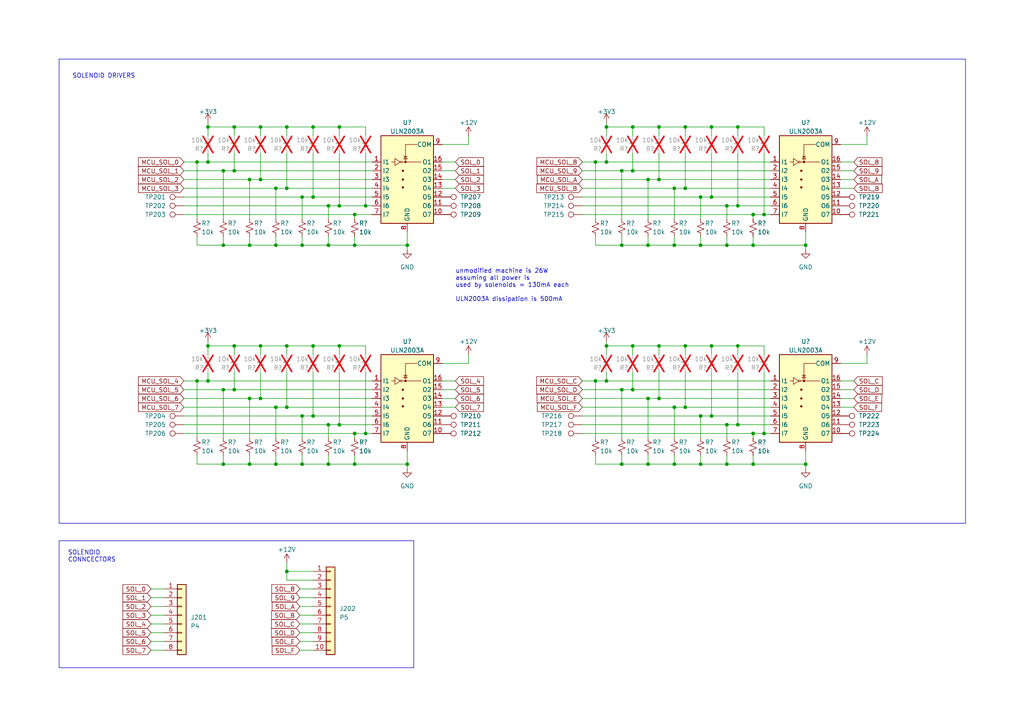
<source format=kicad_sch>
(kicad_sch (version 20230121) (generator eeschema)
  (paper "A4")
  (title_block (title "MECHANICAL INTERFACE") (date "2023-04-16") (rev "1.0") (company "matei repair lab"))
  (junction (at 64.77 134.62))
  (junction (at 60.325 36.83))
  (junction (at 175.895 100.33))
  (junction (at 218.44 62.23))
  (junction (at 106.045 125.73))
  (junction (at 198.755 36.83))
  (junction (at 118.11 134.62))
  (junction (at 206.375 120.65))
  (junction (at 87.63 120.65))
  (junction (at 203.2 71.12))
  (junction (at 83.185 36.83))
  (junction (at 102.87 134.62))
  (junction (at 195.58 134.62))
  (junction (at 72.39 52.07))
  (junction (at 203.2 57.15))
  (junction (at 175.895 110.49))
  (junction (at 183.515 36.83))
  (junction (at 180.34 113.03))
  (junction (at 213.995 123.19))
  (junction (at 64.77 49.53))
  (junction (at 206.375 36.83))
  (junction (at 75.565 100.33))
  (junction (at 180.34 71.12))
  (junction (at 95.25 71.12))
  (junction (at 206.375 100.33))
  (junction (at 83.185 100.33))
  (junction (at 175.895 46.99))
  (junction (at 198.755 54.61))
  (junction (at 191.135 36.83))
  (junction (at 57.15 110.49))
  (junction (at 183.515 113.03))
  (junction (at 102.87 62.23))
  (junction (at 98.425 59.69))
  (junction (at 195.58 71.12))
  (junction (at 67.945 36.83))
  (junction (at 187.96 52.07))
  (junction (at 98.425 123.19))
  (junction (at 83.185 54.61))
  (junction (at 72.39 115.57))
  (junction (at 213.995 59.69))
  (junction (at 60.325 110.49))
  (junction (at 191.135 52.07))
  (junction (at 90.805 57.15))
  (junction (at 118.11 71.12))
  (junction (at 210.82 71.12))
  (junction (at 218.44 125.73))
  (junction (at 210.82 59.69))
  (junction (at 206.375 57.15))
  (junction (at 60.325 46.99))
  (junction (at 67.945 113.03))
  (junction (at 80.01 118.11))
  (junction (at 72.39 134.62))
  (junction (at 221.615 62.23))
  (junction (at 198.755 118.11))
  (junction (at 64.77 71.12))
  (junction (at 75.565 52.07))
  (junction (at 87.63 57.15))
  (junction (at 87.63 71.12))
  (junction (at 57.15 46.99))
  (junction (at 75.565 36.83))
  (junction (at 95.25 59.69))
  (junction (at 183.515 49.53))
  (junction (at 83.185 165.735))
  (junction (at 195.58 118.11))
  (junction (at 172.72 46.99))
  (junction (at 198.755 100.33))
  (junction (at 183.515 100.33))
  (junction (at 180.34 49.53))
  (junction (at 102.87 125.73))
  (junction (at 67.945 100.33))
  (junction (at 218.44 71.12))
  (junction (at 83.185 118.11))
  (junction (at 191.135 100.33))
  (junction (at 210.82 134.62))
  (junction (at 90.805 36.83))
  (junction (at 75.565 115.57))
  (junction (at 98.425 100.33))
  (junction (at 95.25 123.19))
  (junction (at 221.615 125.73))
  (junction (at 102.87 71.12))
  (junction (at 98.425 36.83))
  (junction (at 233.68 134.62))
  (junction (at 90.805 100.33))
  (junction (at 60.325 100.33))
  (junction (at 80.01 54.61))
  (junction (at 210.82 123.19))
  (junction (at 172.72 110.49))
  (junction (at 64.77 113.03))
  (junction (at 80.01 71.12))
  (junction (at 213.995 36.83))
  (junction (at 191.135 115.57))
  (junction (at 213.995 100.33))
  (junction (at 195.58 54.61))
  (junction (at 203.2 134.62))
  (junction (at 233.68 71.12))
  (junction (at 180.34 134.62))
  (junction (at 95.25 134.62))
  (junction (at 80.01 134.62))
  (junction (at 67.945 49.53))
  (junction (at 72.39 71.12))
  (junction (at 87.63 134.62))
  (junction (at 187.96 134.62))
  (junction (at 187.96 115.57))
  (junction (at 106.045 59.69))
  (junction (at 218.44 134.62))
  (junction (at 187.96 71.12))
  (junction (at 90.805 120.65))
  (junction (at 175.895 36.83))
  (junction (at 203.2 120.65))
  (wire (pts (xy 195.58 54.61) (xy 198.755 54.61)))
  (wire (pts (xy 98.425 102.87) (xy 98.425 100.33)))
  (wire (pts (xy 102.87 132.08) (xy 102.87 134.62)))
  (wire (pts (xy 102.87 125.73) (xy 106.045 125.73)))
  (wire (pts (xy 90.805 39.37) (xy 90.805 36.83)))
  (wire (pts (xy 168.91 120.65) (xy 203.2 120.65)))
  (wire (pts (xy 251.46 105.41) (xy 251.46 102.87)))
  (wire (pts (xy 168.91 123.19) (xy 210.82 123.19)))
  (wire (pts (xy 198.755 107.95) (xy 198.755 118.11)))
  (wire (pts (xy 87.63 132.08) (xy 87.63 134.62)))
  (wire (pts (xy 213.995 36.83) (xy 206.375 36.83)))
  (wire (pts (xy 206.375 39.37) (xy 206.375 36.83)))
  (wire (pts (xy 218.44 68.58) (xy 218.44 71.12)))
  (wire (pts (xy 221.615 44.45) (xy 221.615 62.23)))
  (wire (pts (xy 187.96 127) (xy 187.96 115.57)))
  (wire (pts (xy 64.77 63.5) (xy 64.77 49.53)))
  (wire (pts (xy 60.325 35.56) (xy 60.325 36.83)))
  (wire (pts (xy 53.34 59.69) (xy 95.25 59.69)))
  (wire (pts (xy 195.58 71.12) (xy 203.2 71.12)))
  (wire (pts (xy 206.375 102.87) (xy 206.375 100.33)))
  (wire (pts (xy 168.91 49.53) (xy 180.34 49.53)))
  (wire (pts (xy 213.995 44.45) (xy 213.995 59.69)))
  (wire (pts (xy 60.325 46.99) (xy 107.95 46.99)))
  (wire (pts (xy 210.82 123.19) (xy 213.995 123.19)))
  (wire (pts (xy 175.895 35.56) (xy 175.895 36.83)))
  (wire (pts (xy 187.96 71.12) (xy 195.58 71.12)))
  (wire (pts (xy 95.25 63.5) (xy 95.25 59.69)))
  (wire (pts (xy 180.34 132.08) (xy 180.34 134.62)))
  (wire (pts (xy 53.34 120.65) (xy 87.63 120.65)))
  (wire (pts (xy 183.515 107.95) (xy 183.515 113.03)))
  (wire (pts (xy 221.615 36.83) (xy 213.995 36.83)))
  (wire (pts (xy 118.11 130.81) (xy 118.11 134.62)))
  (wire (pts (xy 221.615 39.37) (xy 221.615 36.83)))
  (wire (pts (xy 83.185 44.45) (xy 83.185 54.61)))
  (wire (pts (xy 83.185 168.275) (xy 90.805 168.275)))
  (wire (pts (xy 87.63 71.12) (xy 95.25 71.12)))
  (wire (pts (xy 233.68 130.81) (xy 233.68 134.62)))
  (wire (pts (xy 47.625 183.515) (xy 43.815 183.515)))
  (wire (pts (xy 83.185 107.95) (xy 83.185 118.11)))
  (wire (pts (xy 64.77 127) (xy 64.77 113.03)))
  (wire (pts (xy 243.84 105.41) (xy 251.46 105.41)))
  (wire (pts (xy 206.375 44.45) (xy 206.375 57.15)))
  (wire (pts (xy 206.375 57.15) (xy 223.52 57.15)))
  (wire (pts (xy 213.995 107.95) (xy 213.995 123.19)))
  (wire (pts (xy 64.77 68.58) (xy 64.77 71.12)))
  (wire (pts (xy 57.15 71.12) (xy 64.77 71.12)))
  (wire (pts (xy 243.84 118.11) (xy 247.65 118.11)))
  (wire (pts (xy 213.995 59.69) (xy 223.52 59.69)))
  (wire (pts (xy 80.01 54.61) (xy 83.185 54.61)))
  (wire (pts (xy 106.045 59.69) (xy 107.95 59.69)))
  (wire (pts (xy 135.89 105.41) (xy 128.27 105.41)))
  (wire (pts (xy 75.565 115.57) (xy 107.95 115.57)))
  (wire (pts (xy 95.25 123.19) (xy 98.425 123.19)))
  (wire (pts (xy 72.39 132.08) (xy 72.39 134.62)))
  (wire (pts (xy 221.615 125.73) (xy 223.52 125.73)))
  (wire (pts (xy 180.34 134.62) (xy 187.96 134.62)))
  (wire (pts (xy 67.945 39.37) (xy 67.945 36.83)))
  (wire (pts (xy 198.755 100.33) (xy 191.135 100.33)))
  (wire (pts (xy 187.96 134.62) (xy 195.58 134.62)))
  (wire (pts (xy 67.945 49.53) (xy 107.95 49.53)))
  (wire (pts (xy 80.01 68.58) (xy 80.01 71.12)))
  (wire (pts (xy 198.755 44.45) (xy 198.755 54.61)))
  (wire (pts (xy 106.045 36.83) (xy 98.425 36.83)))
  (wire (pts (xy 95.25 71.12) (xy 102.87 71.12)))
  (wire (pts (xy 168.91 54.61) (xy 195.58 54.61)))
  (wire (pts (xy 118.11 135.89) (xy 118.11 134.62)))
  (wire (pts (xy 83.185 163.195) (xy 83.185 165.735)))
  (wire (pts (xy 67.945 102.87) (xy 67.945 100.33)))
  (wire (pts (xy 175.895 110.49) (xy 223.52 110.49)))
  (wire (pts (xy 175.895 102.87) (xy 175.895 100.33)))
  (wire (pts (xy 175.895 44.45) (xy 175.895 46.99)))
  (wire (pts (xy 72.39 134.62) (xy 80.01 134.62)))
  (wire (pts (xy 102.87 62.23) (xy 107.95 62.23)))
  (wire (pts (xy 57.15 127) (xy 57.15 110.49)))
  (wire (pts (xy 198.755 39.37) (xy 198.755 36.83)))
  (wire (pts (xy 83.185 36.83) (xy 75.565 36.83)))
  (wire (pts (xy 172.72 68.58) (xy 172.72 71.12)))
  (wire (pts (xy 168.91 110.49) (xy 172.72 110.49)))
  (wire (pts (xy 75.565 102.87) (xy 75.565 100.33)))
  (wire (pts (xy 187.96 63.5) (xy 187.96 52.07)))
  (wire (pts (xy 106.045 100.33) (xy 98.425 100.33)))
  (wire (pts (xy 90.805 188.595) (xy 86.995 188.595)))
  (wire (pts (xy 243.84 52.07) (xy 247.65 52.07)))
  (wire (pts (xy 195.58 63.5) (xy 195.58 54.61)))
  (wire (pts (xy 106.045 39.37) (xy 106.045 36.83)))
  (wire (pts (xy 57.15 46.99) (xy 60.325 46.99)))
  (wire (pts (xy 90.805 100.33) (xy 83.185 100.33)))
  (wire (pts (xy 187.96 68.58) (xy 187.96 71.12)))
  (wire (pts (xy 206.375 100.33) (xy 198.755 100.33)))
  (wire (pts (xy 98.425 100.33) (xy 90.805 100.33)))
  (wire (pts (xy 75.565 52.07) (xy 107.95 52.07)))
  (wire (pts (xy 57.15 132.08) (xy 57.15 134.62)))
  (wire (pts (xy 175.895 99.06) (xy 175.895 100.33)))
  (wire (pts (xy 80.01 63.5) (xy 80.01 54.61)))
  (polyline (pts (xy 17.145 193.675) (xy 120.015 193.675)))
  (wire (pts (xy 198.755 118.11) (xy 223.52 118.11)))
  (wire (pts (xy 53.34 123.19) (xy 95.25 123.19)))
  (wire (pts (xy 98.425 123.19) (xy 107.95 123.19)))
  (wire (pts (xy 95.25 132.08) (xy 95.25 134.62)))
  (wire (pts (xy 183.515 113.03) (xy 223.52 113.03)))
  (wire (pts (xy 172.72 132.08) (xy 172.72 134.62)))
  (wire (pts (xy 90.805 180.975) (xy 86.995 180.975)))
  (wire (pts (xy 53.34 46.99) (xy 57.15 46.99)))
  (wire (pts (xy 83.185 165.735) (xy 90.805 165.735)))
  (wire (pts (xy 213.995 100.33) (xy 206.375 100.33)))
  (wire (pts (xy 128.27 52.07) (xy 132.08 52.07)))
  (wire (pts (xy 180.34 63.5) (xy 180.34 49.53)))
  (wire (pts (xy 102.87 127) (xy 102.87 125.73)))
  (wire (pts (xy 183.515 100.33) (xy 175.895 100.33)))
  (wire (pts (xy 168.91 115.57) (xy 187.96 115.57)))
  (wire (pts (xy 83.185 100.33) (xy 75.565 100.33)))
  (wire (pts (xy 191.135 115.57) (xy 223.52 115.57)))
  (wire (pts (xy 203.2 120.65) (xy 206.375 120.65)))
  (wire (pts (xy 67.945 113.03) (xy 107.95 113.03)))
  (wire (pts (xy 43.815 170.815) (xy 47.625 170.815)))
  (wire (pts (xy 128.27 110.49) (xy 132.08 110.49)))
  (wire (pts (xy 203.2 134.62) (xy 210.82 134.62)))
  (wire (pts (xy 168.91 125.73) (xy 218.44 125.73)))
  (wire (pts (xy 87.63 63.5) (xy 87.63 57.15)))
  (wire (pts (xy 90.805 175.895) (xy 86.995 175.895)))
  (wire (pts (xy 187.96 132.08) (xy 187.96 134.62)))
  (wire (pts (xy 75.565 100.33) (xy 67.945 100.33)))
  (wire (pts (xy 98.425 59.69) (xy 106.045 59.69)))
  (wire (pts (xy 206.375 107.95) (xy 206.375 120.65)))
  (wire (pts (xy 128.27 118.11) (xy 132.08 118.11)))
  (wire (pts (xy 195.58 134.62) (xy 203.2 134.62)))
  (wire (pts (xy 172.72 127) (xy 172.72 110.49)))
  (wire (pts (xy 168.91 46.99) (xy 172.72 46.99)))
  (wire (pts (xy 243.84 113.03) (xy 247.65 113.03)))
  (wire (pts (xy 243.84 110.49) (xy 247.65 110.49)))
  (wire (pts (xy 47.625 188.595) (xy 43.815 188.595)))
  (wire (pts (xy 53.34 52.07) (xy 72.39 52.07)))
  (wire (pts (xy 72.39 115.57) (xy 75.565 115.57)))
  (wire (pts (xy 67.945 36.83) (xy 60.325 36.83)))
  (wire (pts (xy 83.185 54.61) (xy 107.95 54.61)))
  (polyline (pts (xy 120.015 193.675) (xy 120.015 156.845)))
  (wire (pts (xy 233.68 72.39) (xy 233.68 71.12)))
  (wire (pts (xy 180.34 68.58) (xy 180.34 71.12)))
  (wire (pts (xy 243.84 46.99) (xy 247.65 46.99)))
  (wire (pts (xy 135.89 102.87) (xy 135.89 105.41)))
  (wire (pts (xy 180.34 127) (xy 180.34 113.03)))
  (wire (pts (xy 218.44 71.12) (xy 233.68 71.12)))
  (wire (pts (xy 195.58 118.11) (xy 198.755 118.11)))
  (wire (pts (xy 210.82 127) (xy 210.82 123.19)))
  (wire (pts (xy 90.805 36.83) (xy 83.185 36.83)))
  (wire (pts (xy 67.945 100.33) (xy 60.325 100.33)))
  (wire (pts (xy 80.01 134.62) (xy 87.63 134.62)))
  (wire (pts (xy 180.34 71.12) (xy 187.96 71.12)))
  (wire (pts (xy 218.44 132.08) (xy 218.44 134.62)))
  (wire (pts (xy 72.39 52.07) (xy 75.565 52.07)))
  (wire (pts (xy 233.68 67.31) (xy 233.68 71.12)))
  (wire (pts (xy 60.325 44.45) (xy 60.325 46.99)))
  (wire (pts (xy 87.63 134.62) (xy 95.25 134.62)))
  (wire (pts (xy 203.2 57.15) (xy 206.375 57.15)))
  (wire (pts (xy 98.425 36.83) (xy 90.805 36.83)))
  (wire (pts (xy 187.96 52.07) (xy 191.135 52.07)))
  (wire (pts (xy 172.72 71.12) (xy 180.34 71.12)))
  (wire (pts (xy 67.945 44.45) (xy 67.945 49.53)))
  (wire (pts (xy 53.34 110.49) (xy 57.15 110.49)))
  (polyline (pts (xy 17.145 156.845) (xy 17.145 193.675)))
  (wire (pts (xy 90.805 173.355) (xy 86.995 173.355)))
  (wire (pts (xy 168.91 57.15) (xy 203.2 57.15)))
  (wire (pts (xy 198.755 102.87) (xy 198.755 100.33)))
  (wire (pts (xy 203.2 71.12) (xy 210.82 71.12)))
  (wire (pts (xy 87.63 57.15) (xy 90.805 57.15)))
  (polyline (pts (xy 17.145 151.765) (xy 280.035 151.765)))
  (wire (pts (xy 53.34 113.03) (xy 64.77 113.03)))
  (wire (pts (xy 243.84 49.53) (xy 247.65 49.53)))
  (wire (pts (xy 83.185 39.37) (xy 83.185 36.83)))
  (wire (pts (xy 210.82 59.69) (xy 213.995 59.69)))
  (wire (pts (xy 206.375 120.65) (xy 223.52 120.65)))
  (wire (pts (xy 72.39 63.5) (xy 72.39 52.07)))
  (wire (pts (xy 198.755 36.83) (xy 191.135 36.83)))
  (wire (pts (xy 128.27 115.57) (xy 132.08 115.57)))
  (wire (pts (xy 218.44 125.73) (xy 221.615 125.73)))
  (wire (pts (xy 183.515 102.87) (xy 183.515 100.33)))
  (wire (pts (xy 60.325 102.87) (xy 60.325 100.33)))
  (wire (pts (xy 53.34 57.15) (xy 87.63 57.15)))
  (wire (pts (xy 87.63 120.65) (xy 90.805 120.65)))
  (wire (pts (xy 210.82 132.08) (xy 210.82 134.62)))
  (wire (pts (xy 172.72 110.49) (xy 175.895 110.49)))
  (wire (pts (xy 195.58 127) (xy 195.58 118.11)))
  (wire (pts (xy 102.87 63.5) (xy 102.87 62.23)))
  (wire (pts (xy 47.625 175.895) (xy 43.815 175.895)))
  (wire (pts (xy 172.72 63.5) (xy 172.72 46.99)))
  (wire (pts (xy 191.135 44.45) (xy 191.135 52.07)))
  (wire (pts (xy 53.34 115.57) (xy 72.39 115.57)))
  (wire (pts (xy 75.565 36.83) (xy 67.945 36.83)))
  (wire (pts (xy 118.11 67.31) (xy 118.11 71.12)))
  (wire (pts (xy 243.84 54.61) (xy 247.65 54.61)))
  (polyline (pts (xy 17.145 17.145) (xy 280.035 17.145)))
  (wire (pts (xy 57.15 68.58) (xy 57.15 71.12)))
  (wire (pts (xy 102.87 68.58) (xy 102.87 71.12)))
  (wire (pts (xy 203.2 132.08) (xy 203.2 134.62)))
  (wire (pts (xy 60.325 110.49) (xy 107.95 110.49)))
  (wire (pts (xy 175.895 39.37) (xy 175.895 36.83)))
  (polyline (pts (xy 280.035 151.765) (xy 280.035 17.145)))
  (wire (pts (xy 218.44 62.23) (xy 221.615 62.23)))
  (wire (pts (xy 47.625 180.975) (xy 43.815 180.975)))
  (wire (pts (xy 75.565 39.37) (xy 75.565 36.83)))
  (wire (pts (xy 191.135 39.37) (xy 191.135 36.83)))
  (wire (pts (xy 218.44 63.5) (xy 218.44 62.23)))
  (wire (pts (xy 64.77 71.12) (xy 72.39 71.12)))
  (wire (pts (xy 213.995 39.37) (xy 213.995 36.83)))
  (wire (pts (xy 90.805 170.815) (xy 86.995 170.815)))
  (wire (pts (xy 83.185 102.87) (xy 83.185 100.33)))
  (wire (pts (xy 172.72 46.99) (xy 175.895 46.99)))
  (wire (pts (xy 90.805 57.15) (xy 107.95 57.15)))
  (wire (pts (xy 98.425 39.37) (xy 98.425 36.83)))
  (wire (pts (xy 64.77 132.08) (xy 64.77 134.62)))
  (wire (pts (xy 233.68 135.89) (xy 233.68 134.62)))
  (wire (pts (xy 175.895 107.95) (xy 175.895 110.49)))
  (wire (pts (xy 168.91 113.03) (xy 180.34 113.03)))
  (wire (pts (xy 210.82 71.12) (xy 218.44 71.12)))
  (wire (pts (xy 90.805 183.515) (xy 86.995 183.515)))
  (wire (pts (xy 75.565 44.45) (xy 75.565 52.07)))
  (wire (pts (xy 64.77 134.62) (xy 72.39 134.62)))
  (wire (pts (xy 221.615 62.23) (xy 223.52 62.23)))
  (wire (pts (xy 60.325 39.37) (xy 60.325 36.83)))
  (wire (pts (xy 206.375 36.83) (xy 198.755 36.83)))
  (wire (pts (xy 210.82 63.5) (xy 210.82 59.69)))
  (wire (pts (xy 106.045 102.87) (xy 106.045 100.33)))
  (wire (pts (xy 128.27 54.61) (xy 132.08 54.61)))
  (wire (pts (xy 87.63 68.58) (xy 87.63 71.12)))
  (wire (pts (xy 53.34 62.23) (xy 102.87 62.23)))
  (wire (pts (xy 128.27 49.53) (xy 132.08 49.53)))
  (wire (pts (xy 135.89 41.91) (xy 128.27 41.91)))
  (wire (pts (xy 90.805 44.45) (xy 90.805 57.15)))
  (wire (pts (xy 218.44 134.62) (xy 233.68 134.62)))
  (wire (pts (xy 187.96 115.57) (xy 191.135 115.57)))
  (wire (pts (xy 203.2 127) (xy 203.2 120.65)))
  (wire (pts (xy 180.34 49.53) (xy 183.515 49.53)))
  (wire (pts (xy 90.805 178.435) (xy 86.995 178.435)))
  (wire (pts (xy 221.615 107.95) (xy 221.615 125.73)))
  (wire (pts (xy 87.63 127) (xy 87.63 120.65)))
  (wire (pts (xy 203.2 68.58) (xy 203.2 71.12)))
  (wire (pts (xy 251.46 41.91) (xy 243.84 41.91)))
  (wire (pts (xy 72.39 68.58) (xy 72.39 71.12)))
  (wire (pts (xy 95.25 127) (xy 95.25 123.19)))
  (wire (pts (xy 95.25 59.69) (xy 98.425 59.69)))
  (wire (pts (xy 191.135 107.95) (xy 191.135 115.57)))
  (wire (pts (xy 191.135 100.33) (xy 183.515 100.33)))
  (wire (pts (xy 83.185 168.275) (xy 83.185 165.735)))
  (wire (pts (xy 135.89 39.37) (xy 135.89 41.91)))
  (wire (pts (xy 183.515 39.37) (xy 183.515 36.83)))
  (wire (pts (xy 191.135 36.83) (xy 183.515 36.83)))
  (wire (pts (xy 60.325 107.95) (xy 60.325 110.49)))
  (wire (pts (xy 198.755 54.61) (xy 223.52 54.61)))
  (wire (pts (xy 243.84 115.57) (xy 247.65 115.57)))
  (wire (pts (xy 80.01 127) (xy 80.01 118.11)))
  (wire (pts (xy 80.01 118.11) (xy 83.185 118.11)))
  (wire (pts (xy 221.615 102.87) (xy 221.615 100.33)))
  (polyline (pts (xy 17.145 156.845) (xy 120.015 156.845)))
  (wire (pts (xy 95.25 68.58) (xy 95.25 71.12)))
  (wire (pts (xy 98.425 107.95) (xy 98.425 123.19)))
  (wire (pts (xy 72.39 127) (xy 72.39 115.57)))
  (wire (pts (xy 102.87 134.62) (xy 118.11 134.62)))
  (wire (pts (xy 90.805 107.95) (xy 90.805 120.65)))
  (wire (pts (xy 53.34 118.11) (xy 80.01 118.11)))
  (wire (pts (xy 195.58 132.08) (xy 195.58 134.62)))
  (wire (pts (xy 57.15 110.49) (xy 60.325 110.49)))
  (wire (pts (xy 53.34 49.53) (xy 64.77 49.53)))
  (wire (pts (xy 67.945 107.95) (xy 67.945 113.03)))
  (wire (pts (xy 180.34 113.03) (xy 183.515 113.03)))
  (wire (pts (xy 168.91 52.07) (xy 187.96 52.07)))
  (wire (pts (xy 64.77 113.03) (xy 67.945 113.03)))
  (wire (pts (xy 80.01 132.08) (xy 80.01 134.62)))
  (wire (pts (xy 106.045 125.73) (xy 107.95 125.73)))
  (wire (pts (xy 128.27 46.99) (xy 132.08 46.99)))
  (wire (pts (xy 251.46 39.37) (xy 251.46 41.91)))
  (wire (pts (xy 57.15 134.62) (xy 64.77 134.62)))
  (wire (pts (xy 218.44 127) (xy 218.44 125.73)))
  (wire (pts (xy 183.515 49.53) (xy 223.52 49.53)))
  (wire (pts (xy 168.91 59.69) (xy 210.82 59.69)))
  (wire (pts (xy 210.82 134.62) (xy 218.44 134.62)))
  (wire (pts (xy 102.87 71.12) (xy 118.11 71.12)))
  (wire (pts (xy 60.325 99.06) (xy 60.325 100.33)))
  (wire (pts (xy 168.91 62.23) (xy 218.44 62.23)))
  (wire (pts (xy 64.77 49.53) (xy 67.945 49.53)))
  (wire (pts (xy 118.11 72.39) (xy 118.11 71.12)))
  (wire (pts (xy 47.625 178.435) (xy 43.815 178.435)))
  (wire (pts (xy 203.2 63.5) (xy 203.2 57.15)))
  (wire (pts (xy 213.995 123.19) (xy 223.52 123.19)))
  (wire (pts (xy 80.01 71.12) (xy 87.63 71.12)))
  (wire (pts (xy 183.515 44.45) (xy 183.515 49.53)))
  (wire (pts (xy 47.625 186.055) (xy 43.815 186.055)))
  (wire (pts (xy 183.515 36.83) (xy 175.895 36.83)))
  (wire (pts (xy 210.82 68.58) (xy 210.82 71.12)))
  (wire (pts (xy 90.805 120.65) (xy 107.95 120.65)))
  (wire (pts (xy 172.72 134.62) (xy 180.34 134.62)))
  (wire (pts (xy 47.625 173.355) (xy 43.815 173.355)))
  (wire (pts (xy 90.805 102.87) (xy 90.805 100.33)))
  (wire (pts (xy 191.135 52.07) (xy 223.52 52.07)))
  (wire (pts (xy 106.045 44.45) (xy 106.045 59.69)))
  (wire (pts (xy 213.995 102.87) (xy 213.995 100.33)))
  (wire (pts (xy 195.58 68.58) (xy 195.58 71.12)))
  (wire (pts (xy 90.805 186.055) (xy 86.995 186.055)))
  (wire (pts (xy 83.185 118.11) (xy 107.95 118.11)))
  (wire (pts (xy 175.895 46.99) (xy 223.52 46.99)))
  (wire (pts (xy 57.15 63.5) (xy 57.15 46.99)))
  (wire (pts (xy 75.565 107.95) (xy 75.565 115.57)))
  (wire (pts (xy 168.91 118.11) (xy 195.58 118.11)))
  (wire (pts (xy 95.25 134.62) (xy 102.87 134.62)))
  (wire (pts (xy 98.425 44.45) (xy 98.425 59.69)))
  (wire (pts (xy 106.045 107.95) (xy 106.045 125.73)))
  (wire (pts (xy 128.27 113.03) (xy 132.08 113.03)))
  (polyline (pts (xy 17.145 17.145) (xy 17.145 151.765)))
  (wire (pts (xy 191.135 102.87) (xy 191.135 100.33)))
  (wire (pts (xy 53.34 54.61) (xy 80.01 54.61)))
  (wire (pts (xy 53.34 125.73) (xy 102.87 125.73)))
  (wire (pts (xy 221.615 100.33) (xy 213.995 100.33)))
  (wire (pts (xy 72.39 71.12) (xy 80.01 71.12)))
  (text "unmodified machine is 26W\nassuming all power is \nused by solenoids = 130mA each\n\nULN2003A dissipation is 500mA\n" (at 132.08 87.63 0) (effects (font (size 1.27 1.27)) (justify left bottom)))
  (text "SOLENOID DRIVERS" (at 20.955 22.86 0) (effects (font (size 1.27 1.27)) (justify left bottom)))
  (text "SOLENOID \nCONNCECTORS" (at 19.685 163.195 0) (effects (font (size 1.27 1.27)) (justify left bottom)))
  (global_label "SOL_3" (shape input) (at 43.815 178.435 180) (property "Intersheetrefs" "${INTERSHEET_REFS}" (effects hide)))
  (global_label "MCU_SOL_9" (shape input) (at 168.91 49.53 180) (property "Intersheetrefs" "${INTERSHEET_REFS}" (effects hide)))
  (global_label "MCU_SOL_8" (shape input) (at 168.91 46.99 180) (property "Intersheetrefs" "${INTERSHEET_REFS}" (effects hide)))
  (global_label "SOL_2" (shape input) (at 132.08 52.07 0) (property "Intersheetrefs" "${INTERSHEET_REFS}" (effects hide)))
  (global_label "MCU_SOL_D" (shape input) (at 168.91 113.03 180) (property "Intersheetrefs" "${INTERSHEET_REFS}" (effects hide)))
  (global_label "MCU_SOL_3" (shape input) (at 53.34 54.61 180) (property "Intersheetrefs" "${INTERSHEET_REFS}" (effects hide)))
  (global_label "SOL_1" (shape input) (at 43.815 173.355 180) (property "Intersheetrefs" "${INTERSHEET_REFS}" (effects hide)))
  (global_label "SOL_6" (shape input) (at 43.815 186.055 180) (property "Intersheetrefs" "${INTERSHEET_REFS}" (effects hide)))
  (global_label "SOL_B" (shape input) (at 86.995 178.435 180) (property "Intersheetrefs" "${INTERSHEET_REFS}" (effects hide)))
  (global_label "MCU_SOL_4" (shape input) (at 53.34 110.49 180) (property "Intersheetrefs" "${INTERSHEET_REFS}" (effects hide)))
  (global_label "SOL_1" (shape input) (at 132.08 49.53 0) (property "Intersheetrefs" "${INTERSHEET_REFS}" (effects hide)))
  (global_label "MCU_SOL_E" (shape input) (at 168.91 115.57 180) (property "Intersheetrefs" "${INTERSHEET_REFS}" (effects hide)))
  (global_label "SOL_8" (shape input) (at 86.995 170.815 180) (property "Intersheetrefs" "${INTERSHEET_REFS}" (effects hide)))
  (global_label "MCU_SOL_0" (shape input) (at 53.34 46.99 180) (property "Intersheetrefs" "${INTERSHEET_REFS}" (effects hide)))
  (global_label "SOL_4" (shape input) (at 132.08 110.49 0) (property "Intersheetrefs" "${INTERSHEET_REFS}" (effects hide)))
  (global_label "SOL_E" (shape input) (at 247.65 115.57 0) (property "Intersheetrefs" "${INTERSHEET_REFS}" (effects hide)))
  (global_label "MCU_SOL_5" (shape input) (at 53.34 113.03 180) (property "Intersheetrefs" "${INTERSHEET_REFS}" (effects hide)))
  (global_label "SOL_3" (shape input) (at 132.08 54.61 0) (property "Intersheetrefs" "${INTERSHEET_REFS}" (effects hide)))
  (global_label "SOL_9" (shape input) (at 86.995 173.355 180) (property "Intersheetrefs" "${INTERSHEET_REFS}" (effects hide)))
  (global_label "MCU_SOL_1" (shape input) (at 53.34 49.53 180) (property "Intersheetrefs" "${INTERSHEET_REFS}" (effects hide)))
  (global_label "SOL_C" (shape input) (at 86.995 180.975 180) (property "Intersheetrefs" "${INTERSHEET_REFS}" (effects hide)))
  (global_label "SOL_5" (shape input) (at 43.815 183.515 180) (property "Intersheetrefs" "${INTERSHEET_REFS}" (effects hide)))
  (global_label "MCU_SOL_B" (shape input) (at 168.91 54.61 180) (property "Intersheetrefs" "${INTERSHEET_REFS}" (effects hide)))
  (global_label "SOL_7" (shape input) (at 132.08 118.11 0) (property "Intersheetrefs" "${INTERSHEET_REFS}" (effects hide)))
  (global_label "MCU_SOL_C" (shape input) (at 168.91 110.49 180) (property "Intersheetrefs" "${INTERSHEET_REFS}" (effects hide)))
  (global_label "MCU_SOL_F" (shape input) (at 168.91 118.11 180) (property "Intersheetrefs" "${INTERSHEET_REFS}" (effects hide)))
  (global_label "MCU_SOL_A" (shape input) (at 168.91 52.07 180) (property "Intersheetrefs" "${INTERSHEET_REFS}" (effects hide)))
  (global_label "SOL_F" (shape input) (at 86.995 188.595 180) (property "Intersheetrefs" "${INTERSHEET_REFS}" (effects hide)))
  (global_label "SOL_9" (shape input) (at 247.65 49.53 0) (property "Intersheetrefs" "${INTERSHEET_REFS}" (effects hide)))
  (global_label "SOL_5" (shape input) (at 132.08 113.03 0) (property "Intersheetrefs" "${INTERSHEET_REFS}" (effects hide)))
  (global_label "SOL_D" (shape input) (at 247.65 113.03 0) (property "Intersheetrefs" "${INTERSHEET_REFS}" (effects hide)))
  (global_label "MCU_SOL_2" (shape input) (at 53.34 52.07 180) (property "Intersheetrefs" "${INTERSHEET_REFS}" (effects hide)))
  (global_label "SOL_E" (shape input) (at 86.995 186.055 180) (property "Intersheetrefs" "${INTERSHEET_REFS}" (effects hide)))
  (global_label "SOL_D" (shape input) (at 86.995 183.515 180) (property "Intersheetrefs" "${INTERSHEET_REFS}" (effects hide)))
  (global_label "SOL_A" (shape input) (at 247.65 52.07 0) (property "Intersheetrefs" "${INTERSHEET_REFS}" (effects hide)))
  (global_label "SOL_C" (shape input) (at 247.65 110.49 0) (property "Intersheetrefs" "${INTERSHEET_REFS}" (effects hide)))
  (global_label "MCU_SOL_7" (shape input) (at 53.34 118.11 180) (property "Intersheetrefs" "${INTERSHEET_REFS}" (effects hide)))
  (global_label "SOL_7" (shape input) (at 43.815 188.595 180) (property "Intersheetrefs" "${INTERSHEET_REFS}" (effects hide)))
  (global_label "MCU_SOL_6" (shape input) (at 53.34 115.57 180) (property "Intersheetrefs" "${INTERSHEET_REFS}" (effects hide)))
  (global_label "SOL_4" (shape input) (at 43.815 180.975 180) (property "Intersheetrefs" "${INTERSHEET_REFS}" (effects hide)))
  (global_label "SOL_8" (shape input) (at 247.65 46.99 0) (property "Intersheetrefs" "${INTERSHEET_REFS}" (effects hide)))
  (global_label "SOL_0" (shape input) (at 132.08 46.99 0) (property "Intersheetrefs" "${INTERSHEET_REFS}" (effects hide)))
  (global_label "SOL_2" (shape input) (at 43.815 175.895 180) (property "Intersheetrefs" "${INTERSHEET_REFS}" (effects hide)))
  (global_label "SOL_6" (shape input) (at 132.08 115.57 0) (property "Intersheetrefs" "${INTERSHEET_REFS}" (effects hide)))
  (global_label "SOL_0" (shape input) (at 43.815 170.815 180) (property "Intersheetrefs" "${INTERSHEET_REFS}" (effects hide)))
  (global_label "SOL_F" (shape input) (at 247.65 118.11 0) (property "Intersheetrefs" "${INTERSHEET_REFS}" (effects hide)))
  (global_label "SOL_B" (shape input) (at 247.65 54.61 0) (property "Intersheetrefs" "${INTERSHEET_REFS}" (effects hide)))
  (global_label "SOL_A" (shape input) (at 86.995 175.895 180) (property "Intersheetrefs" "${INTERSHEET_REFS}" (effects hide)))
  (symbol (lib_id "Device:R_Small_US") (at 206.375 105.41 180) (unit 1) (in_bom no) (dnp yes)
    (property "Reference" "R?" (at 205.105 106.68 0) (effects (justify left)))
    (property "Value" "10k" (at 205.105 104.14 0) (effects (justify left)))
    (instances (project "electronic-knitter" (path "" (reference "R?") (unit 1)) (path "" (reference "R248") (unit 1))))
  )
  (symbol (lib_id "Device:R_Small_US") (at 106.045 105.41 180) (unit 1) (in_bom no) (dnp yes)
    (property "Reference" "R?" (at 104.775 106.68 0) (effects (justify left)))
    (property "Value" "10k" (at 104.775 104.14 0) (effects (justify left)))
    (instances (project "electronic-knitter" (path "" (reference "R?") (unit 1)) (path "" (reference "R228") (unit 1))))
  )
  (symbol (lib_id "Device:R_Small_US") (at 90.805 41.91 180) (unit 1) (in_bom no) (dnp yes)
    (property "Reference" "R?" (at 89.535 43.18 0) (effects (justify left)))
    (property "Value" "10k" (at 89.535 40.64 0) (effects (justify left)))
    (instances (project "electronic-knitter" (path "" (reference "R?") (unit 1)) (path "" (reference "R219") (unit 1))))
  )
  (symbol (lib_id "power:GND") (at 233.68 72.39 0) (unit 1)
    (property "Reference" "#PWR0104" (effects hide))
    (property "Value" "GND" (at 233.68 77.47 0))
    (instances (project "electronic-knitter" (path "" (reference "#PWR0104") (unit 1)) (path "" (reference "#PWR0210") (unit 1))))
  )
  (symbol (lib_id "Device:R_Small_US") (at 203.2 66.04 0) (unit 1)
    (property "Reference" "R?" (at 204.47 64.77 0) (effects (justify left)))
    (property "Value" "10k" (at 204.47 67.31 0) (effects (justify left)))
    (instances (project "electronic-knitter" (path "" (reference "R?") (unit 1)) (path "" (reference "R245") (unit 1))))
  )
  (symbol (lib_id "Transistor_Array:ULN2003A") (at 118.11 52.07 0) (unit 1)
    (property "Reference" "U?" (at 118.11 35.56 0))
    (property "Value" "ULN2003A" (at 118.11 38.1 0))
    (property "Datasheet" "http://www.ti.com/lit/ds/symlink/uln2003a.pdf" (effects hide))
    (instances (project "electronic-knitter" (path "" (reference "U?") (unit 1)) (path "" (reference "U201") (unit 1))))
  )
  (symbol (lib_id "Device:R_Small_US") (at 87.63 66.04 0) (unit 1)
    (property "Reference" "R?" (at 88.9 64.77 0) (effects (justify left)))
    (property "Value" "10k" (at 88.9 67.31 0) (effects (justify left)))
    (instances (project "electronic-knitter" (path "" (reference "R?") (unit 1)) (path "" (reference "R217") (unit 1))))
  )
  (symbol (lib_id "Device:R_Small_US") (at 95.25 129.54 0) (unit 1)
    (property "Reference" "R?" (at 96.52 128.27 0) (effects (justify left)))
    (property "Value" "10k" (at 96.52 130.81 0) (effects (justify left)))
    (instances (project "electronic-knitter" (path "" (reference "R?") (unit 1)) (path "" (reference "R222") (unit 1))))
  )
  (symbol (lib_id "Connector:TestPoint") (at 128.27 57.15 270) (mirror x) (unit 1)
    (property "Reference" "TP207" (at 136.525 57.15 90))
    (property "Value" "AUX0" (effects hide))
  )
  (symbol (lib_id "Connector:TestPoint") (at 53.34 125.73 90) (unit 1)
    (property "Reference" "TP206" (at 45.085 125.73 90))
    (property "Value" "AUX0" (effects hide))
  )
  (symbol (lib_id "power:GND") (at 118.11 135.89 0) (unit 1)
    (property "Reference" "#PWR0101" (effects hide))
    (property "Value" "GND" (at 118.11 140.97 0))
    (instances (project "electronic-knitter" (path "" (reference "#PWR0101") (unit 1)) (path "" (reference "#PWR0205") (unit 1))))
  )
  (symbol (lib_id "Device:R_Small_US") (at 221.615 41.91 180) (unit 1) (in_bom no) (dnp yes)
    (property "Reference" "R?" (at 220.345 43.18 0) (effects (justify left)))
    (property "Value" "10k" (at 220.345 40.64 0) (effects (justify left)))
    (instances (project "electronic-knitter" (path "" (reference "R?") (unit 1)) (path "" (reference "R255") (unit 1))))
  )
  (symbol (lib_id "power:GND") (at 233.68 135.89 0) (unit 1)
    (property "Reference" "#PWR0104" (effects hide))
    (property "Value" "GND" (at 233.68 140.97 0))
    (instances (project "electronic-knitter" (path "" (reference "#PWR0104") (unit 1)) (path "" (reference "#PWR0211") (unit 1))))
  )
  (symbol (lib_id "power:+3V3") (at 175.895 99.06 0) (unit 1)
    (property "Reference" "#PWR0209" (effects hide))
    (property "Value" "+3V3" (at 175.895 95.885 0))
  )
  (symbol (lib_id "Device:R_Small_US") (at 95.25 66.04 0) (unit 1)
    (property "Reference" "R?" (at 96.52 64.77 0) (effects (justify left)))
    (property "Value" "10k" (at 96.52 67.31 0) (effects (justify left)))
    (instances (project "electronic-knitter" (path "" (reference "R?") (unit 1)) (path "" (reference "R221") (unit 1))))
  )
  (symbol (lib_id "Connector:TestPoint") (at 243.84 57.15 270) (mirror x) (unit 1)
    (property "Reference" "TP219" (at 252.095 57.15 90))
    (property "Value" "AUX0" (effects hide))
  )
  (symbol (lib_id "Device:R_Small_US") (at 180.34 66.04 0) (unit 1)
    (property "Reference" "R?" (at 181.61 64.77 0) (effects (justify left)))
    (property "Value" "10k" (at 181.61 67.31 0) (effects (justify left)))
    (instances (project "electronic-knitter" (path "" (reference "R?") (unit 1)) (path "" (reference "R233") (unit 1))))
  )
  (symbol (lib_id "Device:R_Small_US") (at 183.515 41.91 180) (unit 1) (in_bom no) (dnp yes)
    (property "Reference" "R?" (at 182.245 43.18 0) (effects (justify left)))
    (property "Value" "10k" (at 182.245 40.64 0) (effects (justify left)))
    (instances (project "electronic-knitter" (path "" (reference "R?") (unit 1)) (path "" (reference "R235") (unit 1))))
  )
  (symbol (lib_id "Transistor_Array:ULN2003A") (at 118.11 115.57 0) (unit 1)
    (property "Reference" "U?" (at 118.11 99.06 0))
    (property "Value" "ULN2003A" (at 118.11 101.6 0))
    (property "Datasheet" "http://www.ti.com/lit/ds/symlink/uln2003a.pdf" (effects hide))
    (instances (project "electronic-knitter" (path "" (reference "U?") (unit 1)) (path "" (reference "U202") (unit 1))))
  )
  (symbol (lib_id "Device:R_Small_US") (at 210.82 129.54 0) (unit 1)
    (property "Reference" "R?" (at 212.09 128.27 0) (effects (justify left)))
    (property "Value" "10k" (at 212.09 130.81 0) (effects (justify left)))
    (instances (project "electronic-knitter" (path "" (reference "R?") (unit 1)) (path "" (reference "R250") (unit 1))))
  )
  (symbol (lib_id "Device:R_Small_US") (at 67.945 105.41 180) (unit 1) (in_bom no) (dnp yes)
    (property "Reference" "R?" (at 66.675 106.68 0) (effects (justify left)))
    (property "Value" "10k" (at 66.675 104.14 0) (effects (justify left)))
    (instances (project "electronic-knitter" (path "" (reference "R?") (unit 1)) (path "" (reference "R208") (unit 1))))
  )
  (symbol (lib_id "Device:R_Small_US") (at 198.755 105.41 180) (unit 1) (in_bom no) (dnp yes)
    (property "Reference" "R?" (at 197.485 106.68 0) (effects (justify left)))
    (property "Value" "10k" (at 197.485 104.14 0) (effects (justify left)))
    (instances (project "electronic-knitter" (path "" (reference "R?") (unit 1)) (path "" (reference "R244") (unit 1))))
  )
  (symbol (lib_id "Connector:TestPoint") (at 168.91 59.69 90) (unit 1)
    (property "Reference" "TP214" (at 160.655 59.69 90))
    (property "Value" "AUX0" (effects hide))
  )
  (symbol (lib_id "Connector:TestPoint") (at 168.91 123.19 90) (unit 1)
    (property "Reference" "TP217" (at 160.02 123.19 90))
    (property "Value" "AUX0" (effects hide))
  )
  (symbol (lib_id "Device:R_Small_US") (at 98.425 41.91 180) (unit 1) (in_bom no) (dnp yes)
    (property "Reference" "R?" (at 97.155 43.18 0) (effects (justify left)))
    (property "Value" "10k" (at 97.155 40.64 0) (effects (justify left)))
    (instances (project "electronic-knitter" (path "" (reference "R?") (unit 1)) (path "" (reference "R223") (unit 1))))
  )
  (symbol (lib_id "Device:R_Small_US") (at 187.96 129.54 0) (unit 1)
    (property "Reference" "R?" (at 189.23 128.27 0) (effects (justify left)))
    (property "Value" "10k" (at 189.23 130.81 0) (effects (justify left)))
    (instances (project "electronic-knitter" (path "" (reference "R?") (unit 1)) (path "" (reference "R238") (unit 1))))
  )
  (symbol (lib_id "Device:R_Small_US") (at 64.77 66.04 0) (unit 1)
    (property "Reference" "R?" (at 66.04 64.77 0) (effects (justify left)))
    (property "Value" "10k" (at 66.04 67.31 0) (effects (justify left)))
    (instances (project "electronic-knitter" (path "" (reference "R?") (unit 1)) (path "" (reference "R205") (unit 1))))
  )
  (symbol (lib_id "Connector:TestPoint") (at 53.34 123.19 90) (unit 1)
    (property "Reference" "TP205" (at 45.085 123.19 90))
    (property "Value" "AUX0" (effects hide))
  )
  (symbol (lib_id "Device:R_Small_US") (at 60.325 105.41 180) (unit 1) (in_bom no) (dnp yes)
    (property "Reference" "R?" (at 59.055 106.68 0) (effects (justify left)))
    (property "Value" "10k" (at 59.055 104.14 0) (effects (justify left)))
    (instances (project "electronic-knitter" (path "" (reference "R?") (unit 1)) (path "" (reference "R204") (unit 1))))
  )
  (symbol (lib_id "Connector:TestPoint") (at 243.84 120.65 270) (mirror x) (unit 1)
    (property "Reference" "TP222" (at 252.095 120.65 90))
    (property "Value" "AUX0" (effects hide))
  )
  (symbol (lib_id "Connector:TestPoint") (at 128.27 59.69 270) (mirror x) (unit 1)
    (property "Reference" "TP208" (at 136.525 59.69 90))
    (property "Value" "AUX1" (effects hide))
  )
  (symbol (lib_id "Device:R_Small_US") (at 106.045 41.91 180) (unit 1) (in_bom no) (dnp yes)
    (property "Reference" "R?" (at 104.775 43.18 0) (effects (justify left)))
    (property "Value" "10k" (at 104.775 40.64 0) (effects (justify left)))
    (instances (project "electronic-knitter" (path "" (reference "R?") (unit 1)) (path "" (reference "R227") (unit 1))))
  )
  (symbol (lib_id "Device:R_Small_US") (at 90.805 105.41 180) (unit 1) (in_bom no) (dnp yes)
    (property "Reference" "R?" (at 89.535 106.68 0) (effects (justify left)))
    (property "Value" "10k" (at 89.535 104.14 0) (effects (justify left)))
    (instances (project "electronic-knitter" (path "" (reference "R?") (unit 1)) (path "" (reference "R220") (unit 1))))
  )
  (symbol (lib_id "Device:R_Small_US") (at 83.185 105.41 180) (unit 1) (in_bom no) (dnp yes)
    (property "Reference" "R?" (at 81.915 106.68 0) (effects (justify left)))
    (property "Value" "10k" (at 81.915 104.14 0) (effects (justify left)))
    (instances (project "electronic-knitter" (path "" (reference "R?") (unit 1)) (path "" (reference "R216") (unit 1))))
  )
  (symbol (lib_id "Device:R_Small_US") (at 64.77 129.54 0) (unit 1)
    (property "Reference" "R?" (at 66.04 128.27 0) (effects (justify left)))
    (property "Value" "10k" (at 66.04 130.81 0) (effects (justify left)))
    (instances (project "electronic-knitter" (path "" (reference "R?") (unit 1)) (path "" (reference "R206") (unit 1))))
  )
  (symbol (lib_id "Device:R_Small_US") (at 175.895 41.91 180) (unit 1) (in_bom no) (dnp yes)
    (property "Reference" "R?" (at 174.625 43.18 0) (effects (justify left)))
    (property "Value" "10k" (at 174.625 40.64 0) (effects (justify left)))
    (instances (project "electronic-knitter" (path "" (reference "R?") (unit 1)) (path "" (reference "R231") (unit 1))))
  )
  (symbol (lib_id "Device:R_Small_US") (at 75.565 105.41 180) (unit 1) (in_bom no) (dnp yes)
    (property "Reference" "R?" (at 74.295 106.68 0) (effects (justify left)))
    (property "Value" "10k" (at 74.295 104.14 0) (effects (justify left)))
    (instances (project "electronic-knitter" (path "" (reference "R?") (unit 1)) (path "" (reference "R212") (unit 1))))
  )
  (symbol (lib_id "power:+3V3") (at 60.325 99.06 0) (unit 1)
    (property "Reference" "#PWR0202" (effects hide))
    (property "Value" "+3V3" (at 60.325 95.885 0))
  )
  (symbol (lib_id "Device:R_Small_US") (at 67.945 41.91 180) (unit 1) (in_bom no) (dnp yes)
    (property "Reference" "R?" (at 66.675 43.18 0) (effects (justify left)))
    (property "Value" "10k" (at 66.675 40.64 0) (effects (justify left)))
    (instances (project "electronic-knitter" (path "" (reference "R?") (unit 1)) (path "" (reference "R207") (unit 1))))
  )
  (symbol (lib_id "Device:R_Small_US") (at 72.39 66.04 0) (unit 1)
    (property "Reference" "R?" (at 73.66 64.77 0) (effects (justify left)))
    (property "Value" "10k" (at 73.66 67.31 0) (effects (justify left)))
    (instances (project "electronic-knitter" (path "" (reference "R?") (unit 1)) (path "" (reference "R209") (unit 1))))
  )
  (symbol (lib_id "power:+12V") (at 83.185 163.195 0) (mirror y) (unit 1)
    (property "Reference" "#PWR0105" (effects hide))
    (property "Value" "+12V" (at 83.185 159.385 0))
    (instances (project "electronic-knitter" (path "" (reference "#PWR0105") (unit 1)) (path "" (reference "#PWR0203") (unit 1)) (path "" (reference "#PWR0401") (unit 1))))
  )
  (symbol (lib_id "Connector:TestPoint") (at 53.34 62.23 90) (unit 1)
    (property "Reference" "TP203" (at 45.085 62.23 90))
    (property "Value" "AUX2" (effects hide))
  )
  (symbol (lib_id "Device:R_Small_US") (at 187.96 66.04 0) (unit 1)
    (property "Reference" "R?" (at 189.23 64.77 0) (effects (justify left)))
    (property "Value" "10k" (at 189.23 67.31 0) (effects (justify left)))
    (instances (project "electronic-knitter" (path "" (reference "R?") (unit 1)) (path "" (reference "R237") (unit 1))))
  )
  (symbol (lib_id "Device:R_Small_US") (at 198.755 41.91 180) (unit 1) (in_bom no) (dnp yes)
    (property "Reference" "R?" (at 197.485 43.18 0) (effects (justify left)))
    (property "Value" "10k" (at 197.485 40.64 0) (effects (justify left)))
    (instances (project "electronic-knitter" (path "" (reference "R?") (unit 1)) (path "" (reference "R243") (unit 1))))
  )
  (symbol (lib_id "Connector:TestPoint") (at 168.91 57.15 90) (unit 1)
    (property "Reference" "TP213" (at 160.655 57.15 90))
    (property "Value" "AUX0" (effects hide))
  )
  (symbol (lib_id "Connector:TestPoint") (at 128.27 62.23 270) (mirror x) (unit 1)
    (property "Reference" "TP209" (at 136.525 62.23 90))
    (property "Value" "AUX2" (effects hide))
  )
  (symbol (lib_id "Device:R_Small_US") (at 75.565 41.91 180) (unit 1) (in_bom no) (dnp yes)
    (property "Reference" "R?" (at 74.295 43.18 0) (effects (justify left)))
    (property "Value" "10k" (at 74.295 40.64 0) (effects (justify left)))
    (instances (project "electronic-knitter" (path "" (reference "R?") (unit 1)) (path "" (reference "R211") (unit 1))))
  )
  (symbol (lib_id "Connector:TestPoint") (at 168.91 120.65 90) (unit 1)
    (property "Reference" "TP216" (at 160.02 120.65 90))
    (property "Value" "AUX0" (effects hide))
  )
  (symbol (lib_id "Device:R_Small_US") (at 172.72 66.04 0) (unit 1)
    (property "Reference" "R?" (at 173.99 64.77 0) (effects (justify left)))
    (property "Value" "10k" (at 173.99 67.31 0) (effects (justify left)))
    (instances (project "electronic-knitter" (path "" (reference "R?") (unit 1)) (path "" (reference "R229") (unit 1))))
  )
  (symbol (lib_id "power:+12V") (at 135.89 39.37 0) (unit 1)
    (property "Reference" "#PWR0103" (effects hide))
    (property "Value" "+12V" (at 135.89 35.56 0))
    (instances (project "electronic-knitter" (path "" (reference "#PWR0103") (unit 1)) (path "" (reference "#PWR0206") (unit 1))))
  )
  (symbol (lib_id "Transistor_Array:ULN2003A") (at 233.68 115.57 0) (unit 1)
    (property "Reference" "U?" (at 233.68 99.06 0))
    (property "Value" "ULN2003A" (at 233.68 101.6 0))
    (property "Datasheet" "http://www.ti.com/lit/ds/symlink/uln2003a.pdf" (effects hide))
    (instances (project "electronic-knitter" (path "" (reference "U?") (unit 1)) (path "" (reference "U204") (unit 1))))
  )
  (symbol (lib_id "power:GND") (at 118.11 72.39 0) (unit 1)
    (property "Reference" "#PWR0102" (effects hide))
    (property "Value" "GND" (at 118.11 77.47 0))
    (instances (project "electronic-knitter" (path "" (reference "#PWR0102") (unit 1)) (path "" (reference "#PWR0204") (unit 1))))
  )
  (symbol (lib_id "Device:R_Small_US") (at 102.87 129.54 0) (unit 1)
    (property "Reference" "R?" (at 104.14 128.27 0) (effects (justify left)))
    (property "Value" "10k" (at 104.14 130.81 0) (effects (justify left)))
    (instances (project "electronic-knitter" (path "" (reference "R?") (unit 1)) (path "" (reference "R226") (unit 1))))
  )
  (symbol (lib_id "Device:R_Small_US") (at 80.01 129.54 0) (unit 1)
    (property "Reference" "R?" (at 81.28 128.27 0) (effects (justify left)))
    (property "Value" "10k" (at 81.28 130.81 0) (effects (justify left)))
    (instances (project "electronic-knitter" (path "" (reference "R?") (unit 1)) (path "" (reference "R214") (unit 1))))
  )
  (symbol (lib_id "Device:R_Small_US") (at 80.01 66.04 0) (unit 1)
    (property "Reference" "R?" (at 81.28 64.77 0) (effects (justify left)))
    (property "Value" "10k" (at 81.28 67.31 0) (effects (justify left)))
    (instances (project "electronic-knitter" (path "" (reference "R?") (unit 1)) (path "" (reference "R213") (unit 1))))
  )
  (symbol (lib_id "power:+12V") (at 135.89 102.87 0) (unit 1)
    (property "Reference" "#PWR0105" (effects hide))
    (property "Value" "+12V" (at 135.89 99.06 0))
    (instances (project "electronic-knitter" (path "" (reference "#PWR0105") (unit 1)) (path "" (reference "#PWR0207") (unit 1))))
  )
  (symbol (lib_id "Device:R_Small_US") (at 203.2 129.54 0) (unit 1)
    (property "Reference" "R?" (at 204.47 128.27 0) (effects (justify left)))
    (property "Value" "10k" (at 204.47 130.81 0) (effects (justify left)))
    (instances (project "electronic-knitter" (path "" (reference "R?") (unit 1)) (path "" (reference "R246") (unit 1))))
  )
  (symbol (lib_id "Device:R_Small_US") (at 183.515 105.41 180) (unit 1) (in_bom no) (dnp yes)
    (property "Reference" "R?" (at 182.245 106.68 0) (effects (justify left)))
    (property "Value" "10k" (at 182.245 104.14 0) (effects (justify left)))
    (instances (project "electronic-knitter" (path "" (reference "R?") (unit 1)) (path "" (reference "R236") (unit 1))))
  )
  (symbol (lib_id "Device:R_Small_US") (at 102.87 66.04 0) (unit 1)
    (property "Reference" "R?" (at 104.14 64.77 0) (effects (justify left)))
    (property "Value" "10k" (at 104.14 67.31 0) (effects (justify left)))
    (instances (project "electronic-knitter" (path "" (reference "R?") (unit 1)) (path "" (reference "R225") (unit 1))))
  )
  (symbol (lib_id "Device:R_Small_US") (at 72.39 129.54 0) (unit 1)
    (property "Reference" "R?" (at 73.66 128.27 0) (effects (justify left)))
    (property "Value" "10k" (at 73.66 130.81 0) (effects (justify left)))
    (instances (project "electronic-knitter" (path "" (reference "R?") (unit 1)) (path "" (reference "R210") (unit 1))))
  )
  (symbol (lib_id "Device:R_Small_US") (at 98.425 105.41 180) (unit 1) (in_bom no) (dnp yes)
    (property "Reference" "R?" (at 97.155 106.68 0) (effects (justify left)))
    (property "Value" "10k" (at 97.155 104.14 0) (effects (justify left)))
    (instances (project "electronic-knitter" (path "" (reference "R?") (unit 1)) (path "" (reference "R224") (unit 1))))
  )
  (symbol (lib_id "Transistor_Array:ULN2003A") (at 233.68 52.07 0) (unit 1)
    (property "Reference" "U?" (at 233.68 35.56 0))
    (property "Value" "ULN2003A" (at 233.68 38.1 0))
    (property "Datasheet" "http://www.ti.com/lit/ds/symlink/uln2003a.pdf" (effects hide))
    (instances (project "electronic-knitter" (path "" (reference "U?") (unit 1)) (path "" (reference "U203") (unit 1))))
  )
  (symbol (lib_id "Device:R_Small_US") (at 218.44 66.04 0) (unit 1)
    (property "Reference" "R?" (at 219.71 64.77 0) (effects (justify left)))
    (property "Value" "10k" (at 219.71 67.31 0) (effects (justify left)))
    (instances (project "electronic-knitter" (path "" (reference "R?") (unit 1)) (path "" (reference "R253") (unit 1))))
  )
  (symbol (lib_id "power:+12V") (at 251.46 39.37 0) (unit 1)
    (property "Reference" "#PWR0106" (effects hide))
    (property "Value" "+12V" (at 251.46 35.56 0))
    (instances (project "electronic-knitter" (path "" (reference "#PWR0106") (unit 1)) (path "" (reference "#PWR0212") (unit 1))))
  )
  (symbol (lib_id "Connector:TestPoint") (at 53.34 59.69 90) (unit 1)
    (property "Reference" "TP202" (at 45.085 59.69 90))
    (property "Value" "AUX1" (effects hide))
  )
  (symbol (lib_id "Device:R_Small_US") (at 57.15 66.04 0) (unit 1)
    (property "Reference" "R?" (at 58.42 64.77 0) (effects (justify left)))
    (property "Value" "10k" (at 58.42 67.31 0) (effects (justify left)))
    (instances (project "electronic-knitter" (path "" (reference "R?") (unit 1)) (path "" (reference "R201") (unit 1))))
  )
  (symbol (lib_id "Connector:TestPoint") (at 243.84 125.73 270) (mirror x) (unit 1)
    (property "Reference" "TP224" (at 252.095 125.73 90))
    (property "Value" "AUX0" (effects hide))
  )
  (symbol (lib_id "Device:R_Small_US") (at 83.185 41.91 180) (unit 1) (in_bom no) (dnp yes)
    (property "Reference" "R?" (at 81.915 43.18 0) (effects (justify left)))
    (property "Value" "10k" (at 81.915 40.64 0) (effects (justify left)))
    (instances (project "electronic-knitter" (path "" (reference "R?") (unit 1)) (path "" (reference "R215") (unit 1))))
  )
  (symbol (lib_id "Device:R_Small_US") (at 195.58 129.54 0) (unit 1)
    (property "Reference" "R?" (at 196.85 128.27 0) (effects (justify left)))
    (property "Value" "10k" (at 196.85 130.81 0) (effects (justify left)))
    (instances (project "electronic-knitter" (path "" (reference "R?") (unit 1)) (path "" (reference "R242") (unit 1))))
  )
  (symbol (lib_id "Connector:TestPoint") (at 128.27 120.65 270) (mirror x) (unit 1)
    (property "Reference" "TP210" (at 136.525 120.65 90))
    (property "Value" "AUX0" (effects hide))
  )
  (symbol (lib_id "Device:R_Small_US") (at 191.135 105.41 180) (unit 1) (in_bom no) (dnp yes)
    (property "Reference" "R?" (at 189.865 106.68 0) (effects (justify left)))
    (property "Value" "10k" (at 189.865 104.14 0) (effects (justify left)))
    (instances (project "electronic-knitter" (path "" (reference "R?") (unit 1)) (path "" (reference "R240") (unit 1))))
  )
  (symbol (lib_id "Connector:TestPoint") (at 53.34 120.65 90) (unit 1)
    (property "Reference" "TP204" (at 45.085 120.65 90))
    (property "Value" "AUX0" (effects hide))
  )
  (symbol (lib_id "Device:R_Small_US") (at 172.72 129.54 0) (unit 1)
    (property "Reference" "R?" (at 173.99 128.27 0) (effects (justify left)))
    (property "Value" "10k" (at 173.99 130.81 0) (effects (justify left)))
    (instances (project "electronic-knitter" (path "" (reference "R?") (unit 1)) (path "" (reference "R230") (unit 1))))
  )
  (symbol (lib_id "Device:R_Small_US") (at 60.325 41.91 180) (unit 1) (in_bom no) (dnp yes)
    (property "Reference" "R?" (at 59.055 43.18 0) (effects (justify left)))
    (property "Value" "10k" (at 59.055 40.64 0) (effects (justify left)))
    (instances (project "electronic-knitter" (path "" (reference "R?") (unit 1)) (path "" (reference "R203") (unit 1))))
  )
  (symbol (lib_id "Connector_Generic:Conn_01x08") (at 52.705 178.435 0) (unit 1)
    (property "Reference" "J201" (at 55.245 179.07 0) (effects (justify left)))
    (property "Value" "P4" (at 55.245 181.61 0) (effects (justify left)))
    (instances (project "electronic-knitter" (path "" (reference "J201") (unit 1)) (path "" (reference "J?") (unit 1))))
  )
  (symbol (lib_id "Connector:TestPoint") (at 128.27 125.73 270) (mirror x) (unit 1)
    (property "Reference" "TP212" (at 136.525 125.73 90))
    (property "Value" "AUX0" (effects hide))
  )
  (symbol (lib_id "Connector:TestPoint") (at 168.91 125.73 90) (unit 1)
    (property "Reference" "TP218" (at 160.02 125.73 90))
    (property "Value" "AUX0" (effects hide))
  )
  (symbol (lib_id "Device:R_Small_US") (at 191.135 41.91 180) (unit 1) (in_bom no) (dnp yes)
    (property "Reference" "R?" (at 189.865 43.18 0) (effects (justify left)))
    (property "Value" "10k" (at 189.865 40.64 0) (effects (justify left)))
    (instances (project "electronic-knitter" (path "" (reference "R?") (unit 1)) (path "" (reference "R239") (unit 1))))
  )
  (symbol (lib_id "Device:R_Small_US") (at 210.82 66.04 0) (unit 1)
    (property "Reference" "R?" (at 212.09 64.77 0) (effects (justify left)))
    (property "Value" "10k" (at 212.09 67.31 0) (effects (justify left)))
    (instances (project "electronic-knitter" (path "" (reference "R?") (unit 1)) (path "" (reference "R249") (unit 1))))
  )
  (symbol (lib_id "Connector:TestPoint") (at 243.84 123.19 270) (mirror x) (unit 1)
    (property "Reference" "TP223" (at 252.095 123.19 90))
    (property "Value" "AUX0" (effects hide))
  )
  (symbol (lib_id "Device:R_Small_US") (at 213.995 41.91 180) (unit 1) (in_bom no) (dnp yes)
    (property "Reference" "R?" (at 212.725 43.18 0) (effects (justify left)))
    (property "Value" "10k" (at 212.725 40.64 0) (effects (justify left)))
    (instances (project "electronic-knitter" (path "" (reference "R?") (unit 1)) (path "" (reference "R251") (unit 1))))
  )
  (symbol (lib_id "Device:R_Small_US") (at 206.375 41.91 180) (unit 1) (in_bom no) (dnp yes)
    (property "Reference" "R?" (at 205.105 43.18 0) (effects (justify left)))
    (property "Value" "10k" (at 205.105 40.64 0) (effects (justify left)))
    (instances (project "electronic-knitter" (path "" (reference "R?") (unit 1)) (path "" (reference "R247") (unit 1))))
  )
  (symbol (lib_id "Device:R_Small_US") (at 175.895 105.41 180) (unit 1) (in_bom no) (dnp yes)
    (property "Reference" "R?" (at 174.625 106.68 0) (effects (justify left)))
    (property "Value" "10k" (at 174.625 104.14 0) (effects (justify left)))
    (instances (project "electronic-knitter" (path "" (reference "R?") (unit 1)) (path "" (reference "R232") (unit 1))))
  )
  (symbol (lib_id "Connector:TestPoint") (at 243.84 62.23 270) (mirror x) (unit 1)
    (property "Reference" "TP221" (at 252.095 62.23 90))
    (property "Value" "AUX0" (effects hide))
  )
  (symbol (lib_id "Connector:TestPoint") (at 53.34 57.15 90) (unit 1)
    (property "Reference" "TP201" (at 45.085 57.15 90))
    (property "Value" "AUX0" (effects hide))
  )
  (symbol (lib_id "Connector:TestPoint") (at 243.84 59.69 270) (mirror x) (unit 1)
    (property "Reference" "TP220" (at 252.095 59.69 90))
    (property "Value" "AUX0" (effects hide))
  )
  (symbol (lib_id "Device:R_Small_US") (at 87.63 129.54 0) (unit 1)
    (property "Reference" "R?" (at 88.9 128.27 0) (effects (justify left)))
    (property "Value" "10k" (at 88.9 130.81 0) (effects (justify left)))
    (instances (project "electronic-knitter" (path "" (reference "R?") (unit 1)) (path "" (reference "R218") (unit 1))))
  )
  (symbol (lib_id "Device:R_Small_US") (at 195.58 66.04 0) (unit 1)
    (property "Reference" "R?" (at 196.85 64.77 0) (effects (justify left)))
    (property "Value" "10k" (at 196.85 67.31 0) (effects (justify left)))
    (instances (project "electronic-knitter" (path "" (reference "R?") (unit 1)) (path "" (reference "R241") (unit 1))))
  )
  (symbol (lib_id "Connector:TestPoint") (at 168.91 62.23 90) (unit 1)
    (property "Reference" "TP215" (at 160.655 62.23 90))
    (property "Value" "AUX0" (effects hide))
  )
  (symbol (lib_id "Connector:TestPoint") (at 128.27 123.19 270) (mirror x) (unit 1)
    (property "Reference" "TP211" (at 136.525 123.19 90))
    (property "Value" "AUX0" (effects hide))
  )
  (symbol (lib_id "Device:R_Small_US") (at 180.34 129.54 0) (unit 1)
    (property "Reference" "R?" (at 181.61 128.27 0) (effects (justify left)))
    (property "Value" "10k" (at 181.61 130.81 0) (effects (justify left)))
    (instances (project "electronic-knitter" (path "" (reference "R?") (unit 1)) (path "" (reference "R234") (unit 1))))
  )
  (symbol (lib_id "Device:R_Small_US") (at 218.44 129.54 0) (unit 1)
    (property "Reference" "R?" (at 219.71 128.27 0) (effects (justify left)))
    (property "Value" "10k" (at 219.71 130.81 0) (effects (justify left)))
    (instances (project "electronic-knitter" (path "" (reference "R?") (unit 1)) (path "" (reference "R254") (unit 1))))
  )
  (symbol (lib_id "power:+12V") (at 251.46 102.87 0) (unit 1)
    (property "Reference" "#PWR0106" (effects hide))
    (property "Value" "+12V" (at 251.46 99.06 0))
    (instances (project "electronic-knitter" (path "" (reference "#PWR0106") (unit 1)) (path "" (reference "#PWR0213") (unit 1))))
  )
  (symbol (lib_id "power:+3V3") (at 60.325 35.56 0) (unit 1)
    (property "Reference" "#PWR0201" (effects hide))
    (property "Value" "+3V3" (at 60.325 32.385 0))
  )
  (symbol (lib_id "power:+3V3") (at 175.895 35.56 0) (unit 1)
    (property "Reference" "#PWR0208" (effects hide))
    (property "Value" "+3V3" (at 175.895 32.385 0))
  )
  (symbol (lib_id "Connector_Generic:Conn_01x10") (at 95.885 175.895 0) (unit 1)
    (property "Reference" "J202" (at 98.425 176.53 0) (effects (justify left)))
    (property "Value" "P5" (at 98.425 179.07 0) (effects (justify left)))
    (instances (project "electronic-knitter" (path "" (reference "J202") (unit 1)) (path "" (reference "J?") (unit 1))))
  )
  (symbol (lib_id "Device:R_Small_US") (at 221.615 105.41 180) (unit 1) (in_bom no) (dnp yes)
    (property "Reference" "R?" (at 220.345 106.68 0) (effects (justify left)))
    (property "Value" "10k" (at 220.345 104.14 0) (effects (justify left)))
    (instances (project "electronic-knitter" (path "" (reference "R?") (unit 1)) (path "" (reference "R256") (unit 1))))
  )
  (symbol (lib_id "Device:R_Small_US") (at 57.15 129.54 0) (unit 1)
    (property "Reference" "R?" (at 58.42 128.27 0) (effects (justify left)))
    (property "Value" "10k" (at 58.42 130.81 0) (effects (justify left)))
    (instances (project "electronic-knitter" (path "" (reference "R?") (unit 1)) (path "" (reference "R202") (unit 1))))
  )
  (symbol (lib_id "Device:R_Small_US") (at 213.995 105.41 180) (unit 1) (in_bom no) (dnp yes)
    (property "Reference" "R?" (at 212.725 106.68 0) (effects (justify left)))
    (property "Value" "10k" (at 212.725 104.14 0) (effects (justify left)))
    (instances (project "electronic-knitter" (path "" (reference "R?") (unit 1)) (path "" (reference "R252") (unit 1))))
  )
)
</source>
